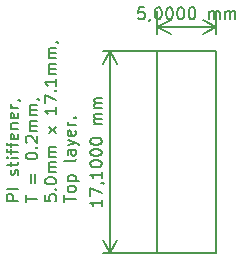
<source format=gbr>
%TF.GenerationSoftware,KiCad,Pcbnew,7.0.7*%
%TF.CreationDate,2023-12-11T13:03:46+01:00*%
%TF.ProjectId,flexAddressLedsV2,666c6578-4164-4647-9265-73734c656473,rev?*%
%TF.SameCoordinates,Original*%
%TF.FileFunction,Other,User*%
%FSLAX46Y46*%
G04 Gerber Fmt 4.6, Leading zero omitted, Abs format (unit mm)*
G04 Created by KiCad (PCBNEW 7.0.7) date 2023-12-11 13:03:46*
%MOMM*%
%LPD*%
G01*
G04 APERTURE LIST*
%ADD10C,0.150000*%
G04 APERTURE END LIST*
D10*
X29900000Y-31300000D02*
X34900000Y-31300000D01*
X34900000Y-48400000D01*
X29900000Y-48400000D01*
X29900000Y-31300000D01*
X18139819Y-43963220D02*
X17139819Y-43963220D01*
X17139819Y-43963220D02*
X17139819Y-43582268D01*
X17139819Y-43582268D02*
X17187438Y-43487030D01*
X17187438Y-43487030D02*
X17235057Y-43439411D01*
X17235057Y-43439411D02*
X17330295Y-43391792D01*
X17330295Y-43391792D02*
X17473152Y-43391792D01*
X17473152Y-43391792D02*
X17568390Y-43439411D01*
X17568390Y-43439411D02*
X17616009Y-43487030D01*
X17616009Y-43487030D02*
X17663628Y-43582268D01*
X17663628Y-43582268D02*
X17663628Y-43963220D01*
X18139819Y-42963220D02*
X17139819Y-42963220D01*
X18092200Y-41772744D02*
X18139819Y-41677506D01*
X18139819Y-41677506D02*
X18139819Y-41487030D01*
X18139819Y-41487030D02*
X18092200Y-41391792D01*
X18092200Y-41391792D02*
X17996961Y-41344173D01*
X17996961Y-41344173D02*
X17949342Y-41344173D01*
X17949342Y-41344173D02*
X17854104Y-41391792D01*
X17854104Y-41391792D02*
X17806485Y-41487030D01*
X17806485Y-41487030D02*
X17806485Y-41629887D01*
X17806485Y-41629887D02*
X17758866Y-41725125D01*
X17758866Y-41725125D02*
X17663628Y-41772744D01*
X17663628Y-41772744D02*
X17616009Y-41772744D01*
X17616009Y-41772744D02*
X17520771Y-41725125D01*
X17520771Y-41725125D02*
X17473152Y-41629887D01*
X17473152Y-41629887D02*
X17473152Y-41487030D01*
X17473152Y-41487030D02*
X17520771Y-41391792D01*
X17473152Y-41058458D02*
X17473152Y-40677506D01*
X17139819Y-40915601D02*
X17996961Y-40915601D01*
X17996961Y-40915601D02*
X18092200Y-40867982D01*
X18092200Y-40867982D02*
X18139819Y-40772744D01*
X18139819Y-40772744D02*
X18139819Y-40677506D01*
X18139819Y-40344172D02*
X17473152Y-40344172D01*
X17139819Y-40344172D02*
X17187438Y-40391791D01*
X17187438Y-40391791D02*
X17235057Y-40344172D01*
X17235057Y-40344172D02*
X17187438Y-40296553D01*
X17187438Y-40296553D02*
X17139819Y-40344172D01*
X17139819Y-40344172D02*
X17235057Y-40344172D01*
X17473152Y-40010839D02*
X17473152Y-39629887D01*
X18139819Y-39867982D02*
X17282676Y-39867982D01*
X17282676Y-39867982D02*
X17187438Y-39820363D01*
X17187438Y-39820363D02*
X17139819Y-39725125D01*
X17139819Y-39725125D02*
X17139819Y-39629887D01*
X17473152Y-39439410D02*
X17473152Y-39058458D01*
X18139819Y-39296553D02*
X17282676Y-39296553D01*
X17282676Y-39296553D02*
X17187438Y-39248934D01*
X17187438Y-39248934D02*
X17139819Y-39153696D01*
X17139819Y-39153696D02*
X17139819Y-39058458D01*
X18092200Y-38344172D02*
X18139819Y-38439410D01*
X18139819Y-38439410D02*
X18139819Y-38629886D01*
X18139819Y-38629886D02*
X18092200Y-38725124D01*
X18092200Y-38725124D02*
X17996961Y-38772743D01*
X17996961Y-38772743D02*
X17616009Y-38772743D01*
X17616009Y-38772743D02*
X17520771Y-38725124D01*
X17520771Y-38725124D02*
X17473152Y-38629886D01*
X17473152Y-38629886D02*
X17473152Y-38439410D01*
X17473152Y-38439410D02*
X17520771Y-38344172D01*
X17520771Y-38344172D02*
X17616009Y-38296553D01*
X17616009Y-38296553D02*
X17711247Y-38296553D01*
X17711247Y-38296553D02*
X17806485Y-38772743D01*
X17473152Y-37867981D02*
X18139819Y-37867981D01*
X17568390Y-37867981D02*
X17520771Y-37820362D01*
X17520771Y-37820362D02*
X17473152Y-37725124D01*
X17473152Y-37725124D02*
X17473152Y-37582267D01*
X17473152Y-37582267D02*
X17520771Y-37487029D01*
X17520771Y-37487029D02*
X17616009Y-37439410D01*
X17616009Y-37439410D02*
X18139819Y-37439410D01*
X18092200Y-36582267D02*
X18139819Y-36677505D01*
X18139819Y-36677505D02*
X18139819Y-36867981D01*
X18139819Y-36867981D02*
X18092200Y-36963219D01*
X18092200Y-36963219D02*
X17996961Y-37010838D01*
X17996961Y-37010838D02*
X17616009Y-37010838D01*
X17616009Y-37010838D02*
X17520771Y-36963219D01*
X17520771Y-36963219D02*
X17473152Y-36867981D01*
X17473152Y-36867981D02*
X17473152Y-36677505D01*
X17473152Y-36677505D02*
X17520771Y-36582267D01*
X17520771Y-36582267D02*
X17616009Y-36534648D01*
X17616009Y-36534648D02*
X17711247Y-36534648D01*
X17711247Y-36534648D02*
X17806485Y-37010838D01*
X18139819Y-36106076D02*
X17473152Y-36106076D01*
X17663628Y-36106076D02*
X17568390Y-36058457D01*
X17568390Y-36058457D02*
X17520771Y-36010838D01*
X17520771Y-36010838D02*
X17473152Y-35915600D01*
X17473152Y-35915600D02*
X17473152Y-35820362D01*
X18092200Y-35439409D02*
X18139819Y-35439409D01*
X18139819Y-35439409D02*
X18235057Y-35487028D01*
X18235057Y-35487028D02*
X18282676Y-35534647D01*
X18749819Y-44106077D02*
X18749819Y-43534649D01*
X19749819Y-43820363D02*
X18749819Y-43820363D01*
X19226009Y-42439410D02*
X19226009Y-41677506D01*
X19511723Y-41677506D02*
X19511723Y-42439410D01*
X18749819Y-40248934D02*
X18749819Y-40153696D01*
X18749819Y-40153696D02*
X18797438Y-40058458D01*
X18797438Y-40058458D02*
X18845057Y-40010839D01*
X18845057Y-40010839D02*
X18940295Y-39963220D01*
X18940295Y-39963220D02*
X19130771Y-39915601D01*
X19130771Y-39915601D02*
X19368866Y-39915601D01*
X19368866Y-39915601D02*
X19559342Y-39963220D01*
X19559342Y-39963220D02*
X19654580Y-40010839D01*
X19654580Y-40010839D02*
X19702200Y-40058458D01*
X19702200Y-40058458D02*
X19749819Y-40153696D01*
X19749819Y-40153696D02*
X19749819Y-40248934D01*
X19749819Y-40248934D02*
X19702200Y-40344172D01*
X19702200Y-40344172D02*
X19654580Y-40391791D01*
X19654580Y-40391791D02*
X19559342Y-40439410D01*
X19559342Y-40439410D02*
X19368866Y-40487029D01*
X19368866Y-40487029D02*
X19130771Y-40487029D01*
X19130771Y-40487029D02*
X18940295Y-40439410D01*
X18940295Y-40439410D02*
X18845057Y-40391791D01*
X18845057Y-40391791D02*
X18797438Y-40344172D01*
X18797438Y-40344172D02*
X18749819Y-40248934D01*
X19654580Y-39487029D02*
X19702200Y-39439410D01*
X19702200Y-39439410D02*
X19749819Y-39487029D01*
X19749819Y-39487029D02*
X19702200Y-39534648D01*
X19702200Y-39534648D02*
X19654580Y-39487029D01*
X19654580Y-39487029D02*
X19749819Y-39487029D01*
X18845057Y-39058458D02*
X18797438Y-39010839D01*
X18797438Y-39010839D02*
X18749819Y-38915601D01*
X18749819Y-38915601D02*
X18749819Y-38677506D01*
X18749819Y-38677506D02*
X18797438Y-38582268D01*
X18797438Y-38582268D02*
X18845057Y-38534649D01*
X18845057Y-38534649D02*
X18940295Y-38487030D01*
X18940295Y-38487030D02*
X19035533Y-38487030D01*
X19035533Y-38487030D02*
X19178390Y-38534649D01*
X19178390Y-38534649D02*
X19749819Y-39106077D01*
X19749819Y-39106077D02*
X19749819Y-38487030D01*
X19749819Y-38058458D02*
X19083152Y-38058458D01*
X19178390Y-38058458D02*
X19130771Y-38010839D01*
X19130771Y-38010839D02*
X19083152Y-37915601D01*
X19083152Y-37915601D02*
X19083152Y-37772744D01*
X19083152Y-37772744D02*
X19130771Y-37677506D01*
X19130771Y-37677506D02*
X19226009Y-37629887D01*
X19226009Y-37629887D02*
X19749819Y-37629887D01*
X19226009Y-37629887D02*
X19130771Y-37582268D01*
X19130771Y-37582268D02*
X19083152Y-37487030D01*
X19083152Y-37487030D02*
X19083152Y-37344173D01*
X19083152Y-37344173D02*
X19130771Y-37248934D01*
X19130771Y-37248934D02*
X19226009Y-37201315D01*
X19226009Y-37201315D02*
X19749819Y-37201315D01*
X19749819Y-36725125D02*
X19083152Y-36725125D01*
X19178390Y-36725125D02*
X19130771Y-36677506D01*
X19130771Y-36677506D02*
X19083152Y-36582268D01*
X19083152Y-36582268D02*
X19083152Y-36439411D01*
X19083152Y-36439411D02*
X19130771Y-36344173D01*
X19130771Y-36344173D02*
X19226009Y-36296554D01*
X19226009Y-36296554D02*
X19749819Y-36296554D01*
X19226009Y-36296554D02*
X19130771Y-36248935D01*
X19130771Y-36248935D02*
X19083152Y-36153697D01*
X19083152Y-36153697D02*
X19083152Y-36010840D01*
X19083152Y-36010840D02*
X19130771Y-35915601D01*
X19130771Y-35915601D02*
X19226009Y-35867982D01*
X19226009Y-35867982D02*
X19749819Y-35867982D01*
X19702200Y-35344173D02*
X19749819Y-35344173D01*
X19749819Y-35344173D02*
X19845057Y-35391792D01*
X19845057Y-35391792D02*
X19892676Y-35439411D01*
X20359819Y-43487030D02*
X20359819Y-43963220D01*
X20359819Y-43963220D02*
X20836009Y-44010839D01*
X20836009Y-44010839D02*
X20788390Y-43963220D01*
X20788390Y-43963220D02*
X20740771Y-43867982D01*
X20740771Y-43867982D02*
X20740771Y-43629887D01*
X20740771Y-43629887D02*
X20788390Y-43534649D01*
X20788390Y-43534649D02*
X20836009Y-43487030D01*
X20836009Y-43487030D02*
X20931247Y-43439411D01*
X20931247Y-43439411D02*
X21169342Y-43439411D01*
X21169342Y-43439411D02*
X21264580Y-43487030D01*
X21264580Y-43487030D02*
X21312200Y-43534649D01*
X21312200Y-43534649D02*
X21359819Y-43629887D01*
X21359819Y-43629887D02*
X21359819Y-43867982D01*
X21359819Y-43867982D02*
X21312200Y-43963220D01*
X21312200Y-43963220D02*
X21264580Y-44010839D01*
X21264580Y-43010839D02*
X21312200Y-42963220D01*
X21312200Y-42963220D02*
X21359819Y-43010839D01*
X21359819Y-43010839D02*
X21312200Y-43058458D01*
X21312200Y-43058458D02*
X21264580Y-43010839D01*
X21264580Y-43010839D02*
X21359819Y-43010839D01*
X20359819Y-42344173D02*
X20359819Y-42248935D01*
X20359819Y-42248935D02*
X20407438Y-42153697D01*
X20407438Y-42153697D02*
X20455057Y-42106078D01*
X20455057Y-42106078D02*
X20550295Y-42058459D01*
X20550295Y-42058459D02*
X20740771Y-42010840D01*
X20740771Y-42010840D02*
X20978866Y-42010840D01*
X20978866Y-42010840D02*
X21169342Y-42058459D01*
X21169342Y-42058459D02*
X21264580Y-42106078D01*
X21264580Y-42106078D02*
X21312200Y-42153697D01*
X21312200Y-42153697D02*
X21359819Y-42248935D01*
X21359819Y-42248935D02*
X21359819Y-42344173D01*
X21359819Y-42344173D02*
X21312200Y-42439411D01*
X21312200Y-42439411D02*
X21264580Y-42487030D01*
X21264580Y-42487030D02*
X21169342Y-42534649D01*
X21169342Y-42534649D02*
X20978866Y-42582268D01*
X20978866Y-42582268D02*
X20740771Y-42582268D01*
X20740771Y-42582268D02*
X20550295Y-42534649D01*
X20550295Y-42534649D02*
X20455057Y-42487030D01*
X20455057Y-42487030D02*
X20407438Y-42439411D01*
X20407438Y-42439411D02*
X20359819Y-42344173D01*
X21359819Y-41582268D02*
X20693152Y-41582268D01*
X20788390Y-41582268D02*
X20740771Y-41534649D01*
X20740771Y-41534649D02*
X20693152Y-41439411D01*
X20693152Y-41439411D02*
X20693152Y-41296554D01*
X20693152Y-41296554D02*
X20740771Y-41201316D01*
X20740771Y-41201316D02*
X20836009Y-41153697D01*
X20836009Y-41153697D02*
X21359819Y-41153697D01*
X20836009Y-41153697D02*
X20740771Y-41106078D01*
X20740771Y-41106078D02*
X20693152Y-41010840D01*
X20693152Y-41010840D02*
X20693152Y-40867983D01*
X20693152Y-40867983D02*
X20740771Y-40772744D01*
X20740771Y-40772744D02*
X20836009Y-40725125D01*
X20836009Y-40725125D02*
X21359819Y-40725125D01*
X21359819Y-40248935D02*
X20693152Y-40248935D01*
X20788390Y-40248935D02*
X20740771Y-40201316D01*
X20740771Y-40201316D02*
X20693152Y-40106078D01*
X20693152Y-40106078D02*
X20693152Y-39963221D01*
X20693152Y-39963221D02*
X20740771Y-39867983D01*
X20740771Y-39867983D02*
X20836009Y-39820364D01*
X20836009Y-39820364D02*
X21359819Y-39820364D01*
X20836009Y-39820364D02*
X20740771Y-39772745D01*
X20740771Y-39772745D02*
X20693152Y-39677507D01*
X20693152Y-39677507D02*
X20693152Y-39534650D01*
X20693152Y-39534650D02*
X20740771Y-39439411D01*
X20740771Y-39439411D02*
X20836009Y-39391792D01*
X20836009Y-39391792D02*
X21359819Y-39391792D01*
X21359819Y-38248935D02*
X20693152Y-37725126D01*
X20693152Y-38248935D02*
X21359819Y-37725126D01*
X21359819Y-36058459D02*
X21359819Y-36629887D01*
X21359819Y-36344173D02*
X20359819Y-36344173D01*
X20359819Y-36344173D02*
X20502676Y-36439411D01*
X20502676Y-36439411D02*
X20597914Y-36534649D01*
X20597914Y-36534649D02*
X20645533Y-36629887D01*
X20359819Y-35725125D02*
X20359819Y-35058459D01*
X20359819Y-35058459D02*
X21359819Y-35487030D01*
X21264580Y-34677506D02*
X21312200Y-34629887D01*
X21312200Y-34629887D02*
X21359819Y-34677506D01*
X21359819Y-34677506D02*
X21312200Y-34725125D01*
X21312200Y-34725125D02*
X21264580Y-34677506D01*
X21264580Y-34677506D02*
X21359819Y-34677506D01*
X21359819Y-33677507D02*
X21359819Y-34248935D01*
X21359819Y-33963221D02*
X20359819Y-33963221D01*
X20359819Y-33963221D02*
X20502676Y-34058459D01*
X20502676Y-34058459D02*
X20597914Y-34153697D01*
X20597914Y-34153697D02*
X20645533Y-34248935D01*
X21359819Y-33248935D02*
X20693152Y-33248935D01*
X20788390Y-33248935D02*
X20740771Y-33201316D01*
X20740771Y-33201316D02*
X20693152Y-33106078D01*
X20693152Y-33106078D02*
X20693152Y-32963221D01*
X20693152Y-32963221D02*
X20740771Y-32867983D01*
X20740771Y-32867983D02*
X20836009Y-32820364D01*
X20836009Y-32820364D02*
X21359819Y-32820364D01*
X20836009Y-32820364D02*
X20740771Y-32772745D01*
X20740771Y-32772745D02*
X20693152Y-32677507D01*
X20693152Y-32677507D02*
X20693152Y-32534650D01*
X20693152Y-32534650D02*
X20740771Y-32439411D01*
X20740771Y-32439411D02*
X20836009Y-32391792D01*
X20836009Y-32391792D02*
X21359819Y-32391792D01*
X21359819Y-31915602D02*
X20693152Y-31915602D01*
X20788390Y-31915602D02*
X20740771Y-31867983D01*
X20740771Y-31867983D02*
X20693152Y-31772745D01*
X20693152Y-31772745D02*
X20693152Y-31629888D01*
X20693152Y-31629888D02*
X20740771Y-31534650D01*
X20740771Y-31534650D02*
X20836009Y-31487031D01*
X20836009Y-31487031D02*
X21359819Y-31487031D01*
X20836009Y-31487031D02*
X20740771Y-31439412D01*
X20740771Y-31439412D02*
X20693152Y-31344174D01*
X20693152Y-31344174D02*
X20693152Y-31201317D01*
X20693152Y-31201317D02*
X20740771Y-31106078D01*
X20740771Y-31106078D02*
X20836009Y-31058459D01*
X20836009Y-31058459D02*
X21359819Y-31058459D01*
X21312200Y-30534650D02*
X21359819Y-30534650D01*
X21359819Y-30534650D02*
X21455057Y-30582269D01*
X21455057Y-30582269D02*
X21502676Y-30629888D01*
X21969819Y-44106077D02*
X21969819Y-43534649D01*
X22969819Y-43820363D02*
X21969819Y-43820363D01*
X22969819Y-43058458D02*
X22922200Y-43153696D01*
X22922200Y-43153696D02*
X22874580Y-43201315D01*
X22874580Y-43201315D02*
X22779342Y-43248934D01*
X22779342Y-43248934D02*
X22493628Y-43248934D01*
X22493628Y-43248934D02*
X22398390Y-43201315D01*
X22398390Y-43201315D02*
X22350771Y-43153696D01*
X22350771Y-43153696D02*
X22303152Y-43058458D01*
X22303152Y-43058458D02*
X22303152Y-42915601D01*
X22303152Y-42915601D02*
X22350771Y-42820363D01*
X22350771Y-42820363D02*
X22398390Y-42772744D01*
X22398390Y-42772744D02*
X22493628Y-42725125D01*
X22493628Y-42725125D02*
X22779342Y-42725125D01*
X22779342Y-42725125D02*
X22874580Y-42772744D01*
X22874580Y-42772744D02*
X22922200Y-42820363D01*
X22922200Y-42820363D02*
X22969819Y-42915601D01*
X22969819Y-42915601D02*
X22969819Y-43058458D01*
X22303152Y-42296553D02*
X23303152Y-42296553D01*
X22350771Y-42296553D02*
X22303152Y-42201315D01*
X22303152Y-42201315D02*
X22303152Y-42010839D01*
X22303152Y-42010839D02*
X22350771Y-41915601D01*
X22350771Y-41915601D02*
X22398390Y-41867982D01*
X22398390Y-41867982D02*
X22493628Y-41820363D01*
X22493628Y-41820363D02*
X22779342Y-41820363D01*
X22779342Y-41820363D02*
X22874580Y-41867982D01*
X22874580Y-41867982D02*
X22922200Y-41915601D01*
X22922200Y-41915601D02*
X22969819Y-42010839D01*
X22969819Y-42010839D02*
X22969819Y-42201315D01*
X22969819Y-42201315D02*
X22922200Y-42296553D01*
X22969819Y-40487029D02*
X22922200Y-40582267D01*
X22922200Y-40582267D02*
X22826961Y-40629886D01*
X22826961Y-40629886D02*
X21969819Y-40629886D01*
X22969819Y-39677505D02*
X22446009Y-39677505D01*
X22446009Y-39677505D02*
X22350771Y-39725124D01*
X22350771Y-39725124D02*
X22303152Y-39820362D01*
X22303152Y-39820362D02*
X22303152Y-40010838D01*
X22303152Y-40010838D02*
X22350771Y-40106076D01*
X22922200Y-39677505D02*
X22969819Y-39772743D01*
X22969819Y-39772743D02*
X22969819Y-40010838D01*
X22969819Y-40010838D02*
X22922200Y-40106076D01*
X22922200Y-40106076D02*
X22826961Y-40153695D01*
X22826961Y-40153695D02*
X22731723Y-40153695D01*
X22731723Y-40153695D02*
X22636485Y-40106076D01*
X22636485Y-40106076D02*
X22588866Y-40010838D01*
X22588866Y-40010838D02*
X22588866Y-39772743D01*
X22588866Y-39772743D02*
X22541247Y-39677505D01*
X22303152Y-39296552D02*
X22969819Y-39058457D01*
X22303152Y-38820362D02*
X22969819Y-39058457D01*
X22969819Y-39058457D02*
X23207914Y-39153695D01*
X23207914Y-39153695D02*
X23255533Y-39201314D01*
X23255533Y-39201314D02*
X23303152Y-39296552D01*
X22922200Y-38058457D02*
X22969819Y-38153695D01*
X22969819Y-38153695D02*
X22969819Y-38344171D01*
X22969819Y-38344171D02*
X22922200Y-38439409D01*
X22922200Y-38439409D02*
X22826961Y-38487028D01*
X22826961Y-38487028D02*
X22446009Y-38487028D01*
X22446009Y-38487028D02*
X22350771Y-38439409D01*
X22350771Y-38439409D02*
X22303152Y-38344171D01*
X22303152Y-38344171D02*
X22303152Y-38153695D01*
X22303152Y-38153695D02*
X22350771Y-38058457D01*
X22350771Y-38058457D02*
X22446009Y-38010838D01*
X22446009Y-38010838D02*
X22541247Y-38010838D01*
X22541247Y-38010838D02*
X22636485Y-38487028D01*
X22969819Y-37582266D02*
X22303152Y-37582266D01*
X22493628Y-37582266D02*
X22398390Y-37534647D01*
X22398390Y-37534647D02*
X22350771Y-37487028D01*
X22350771Y-37487028D02*
X22303152Y-37391790D01*
X22303152Y-37391790D02*
X22303152Y-37296552D01*
X22874580Y-36963218D02*
X22922200Y-36915599D01*
X22922200Y-36915599D02*
X22969819Y-36963218D01*
X22969819Y-36963218D02*
X22922200Y-37010837D01*
X22922200Y-37010837D02*
X22874580Y-36963218D01*
X22874580Y-36963218D02*
X22969819Y-36963218D01*
X25204819Y-43897618D02*
X25204819Y-44469046D01*
X25204819Y-44183332D02*
X24204819Y-44183332D01*
X24204819Y-44183332D02*
X24347676Y-44278570D01*
X24347676Y-44278570D02*
X24442914Y-44373808D01*
X24442914Y-44373808D02*
X24490533Y-44469046D01*
X24204819Y-43564284D02*
X24204819Y-42897618D01*
X24204819Y-42897618D02*
X25204819Y-43326189D01*
X25157200Y-42469046D02*
X25204819Y-42469046D01*
X25204819Y-42469046D02*
X25300057Y-42516665D01*
X25300057Y-42516665D02*
X25347676Y-42564284D01*
X25204819Y-41516666D02*
X25204819Y-42088094D01*
X25204819Y-41802380D02*
X24204819Y-41802380D01*
X24204819Y-41802380D02*
X24347676Y-41897618D01*
X24347676Y-41897618D02*
X24442914Y-41992856D01*
X24442914Y-41992856D02*
X24490533Y-42088094D01*
X24204819Y-40897618D02*
X24204819Y-40802380D01*
X24204819Y-40802380D02*
X24252438Y-40707142D01*
X24252438Y-40707142D02*
X24300057Y-40659523D01*
X24300057Y-40659523D02*
X24395295Y-40611904D01*
X24395295Y-40611904D02*
X24585771Y-40564285D01*
X24585771Y-40564285D02*
X24823866Y-40564285D01*
X24823866Y-40564285D02*
X25014342Y-40611904D01*
X25014342Y-40611904D02*
X25109580Y-40659523D01*
X25109580Y-40659523D02*
X25157200Y-40707142D01*
X25157200Y-40707142D02*
X25204819Y-40802380D01*
X25204819Y-40802380D02*
X25204819Y-40897618D01*
X25204819Y-40897618D02*
X25157200Y-40992856D01*
X25157200Y-40992856D02*
X25109580Y-41040475D01*
X25109580Y-41040475D02*
X25014342Y-41088094D01*
X25014342Y-41088094D02*
X24823866Y-41135713D01*
X24823866Y-41135713D02*
X24585771Y-41135713D01*
X24585771Y-41135713D02*
X24395295Y-41088094D01*
X24395295Y-41088094D02*
X24300057Y-41040475D01*
X24300057Y-41040475D02*
X24252438Y-40992856D01*
X24252438Y-40992856D02*
X24204819Y-40897618D01*
X24204819Y-39945237D02*
X24204819Y-39849999D01*
X24204819Y-39849999D02*
X24252438Y-39754761D01*
X24252438Y-39754761D02*
X24300057Y-39707142D01*
X24300057Y-39707142D02*
X24395295Y-39659523D01*
X24395295Y-39659523D02*
X24585771Y-39611904D01*
X24585771Y-39611904D02*
X24823866Y-39611904D01*
X24823866Y-39611904D02*
X25014342Y-39659523D01*
X25014342Y-39659523D02*
X25109580Y-39707142D01*
X25109580Y-39707142D02*
X25157200Y-39754761D01*
X25157200Y-39754761D02*
X25204819Y-39849999D01*
X25204819Y-39849999D02*
X25204819Y-39945237D01*
X25204819Y-39945237D02*
X25157200Y-40040475D01*
X25157200Y-40040475D02*
X25109580Y-40088094D01*
X25109580Y-40088094D02*
X25014342Y-40135713D01*
X25014342Y-40135713D02*
X24823866Y-40183332D01*
X24823866Y-40183332D02*
X24585771Y-40183332D01*
X24585771Y-40183332D02*
X24395295Y-40135713D01*
X24395295Y-40135713D02*
X24300057Y-40088094D01*
X24300057Y-40088094D02*
X24252438Y-40040475D01*
X24252438Y-40040475D02*
X24204819Y-39945237D01*
X24204819Y-38992856D02*
X24204819Y-38897618D01*
X24204819Y-38897618D02*
X24252438Y-38802380D01*
X24252438Y-38802380D02*
X24300057Y-38754761D01*
X24300057Y-38754761D02*
X24395295Y-38707142D01*
X24395295Y-38707142D02*
X24585771Y-38659523D01*
X24585771Y-38659523D02*
X24823866Y-38659523D01*
X24823866Y-38659523D02*
X25014342Y-38707142D01*
X25014342Y-38707142D02*
X25109580Y-38754761D01*
X25109580Y-38754761D02*
X25157200Y-38802380D01*
X25157200Y-38802380D02*
X25204819Y-38897618D01*
X25204819Y-38897618D02*
X25204819Y-38992856D01*
X25204819Y-38992856D02*
X25157200Y-39088094D01*
X25157200Y-39088094D02*
X25109580Y-39135713D01*
X25109580Y-39135713D02*
X25014342Y-39183332D01*
X25014342Y-39183332D02*
X24823866Y-39230951D01*
X24823866Y-39230951D02*
X24585771Y-39230951D01*
X24585771Y-39230951D02*
X24395295Y-39183332D01*
X24395295Y-39183332D02*
X24300057Y-39135713D01*
X24300057Y-39135713D02*
X24252438Y-39088094D01*
X24252438Y-39088094D02*
X24204819Y-38992856D01*
X25204819Y-37469046D02*
X24538152Y-37469046D01*
X24633390Y-37469046D02*
X24585771Y-37421427D01*
X24585771Y-37421427D02*
X24538152Y-37326189D01*
X24538152Y-37326189D02*
X24538152Y-37183332D01*
X24538152Y-37183332D02*
X24585771Y-37088094D01*
X24585771Y-37088094D02*
X24681009Y-37040475D01*
X24681009Y-37040475D02*
X25204819Y-37040475D01*
X24681009Y-37040475D02*
X24585771Y-36992856D01*
X24585771Y-36992856D02*
X24538152Y-36897618D01*
X24538152Y-36897618D02*
X24538152Y-36754761D01*
X24538152Y-36754761D02*
X24585771Y-36659522D01*
X24585771Y-36659522D02*
X24681009Y-36611903D01*
X24681009Y-36611903D02*
X25204819Y-36611903D01*
X25204819Y-36135713D02*
X24538152Y-36135713D01*
X24633390Y-36135713D02*
X24585771Y-36088094D01*
X24585771Y-36088094D02*
X24538152Y-35992856D01*
X24538152Y-35992856D02*
X24538152Y-35849999D01*
X24538152Y-35849999D02*
X24585771Y-35754761D01*
X24585771Y-35754761D02*
X24681009Y-35707142D01*
X24681009Y-35707142D02*
X25204819Y-35707142D01*
X24681009Y-35707142D02*
X24585771Y-35659523D01*
X24585771Y-35659523D02*
X24538152Y-35564285D01*
X24538152Y-35564285D02*
X24538152Y-35421428D01*
X24538152Y-35421428D02*
X24585771Y-35326189D01*
X24585771Y-35326189D02*
X24681009Y-35278570D01*
X24681009Y-35278570D02*
X25204819Y-35278570D01*
X34400000Y-31300000D02*
X25313580Y-31300000D01*
X34400000Y-48400000D02*
X25313580Y-48400000D01*
X25900000Y-31300000D02*
X25900000Y-48400000D01*
X25900000Y-31300000D02*
X25900000Y-48400000D01*
X25900000Y-31300000D02*
X26486421Y-32426504D01*
X25900000Y-31300000D02*
X25313579Y-32426504D01*
X25900000Y-48400000D02*
X25313579Y-47273496D01*
X25900000Y-48400000D02*
X26486421Y-47273496D01*
X28780952Y-27604819D02*
X28304762Y-27604819D01*
X28304762Y-27604819D02*
X28257143Y-28081009D01*
X28257143Y-28081009D02*
X28304762Y-28033390D01*
X28304762Y-28033390D02*
X28400000Y-27985771D01*
X28400000Y-27985771D02*
X28638095Y-27985771D01*
X28638095Y-27985771D02*
X28733333Y-28033390D01*
X28733333Y-28033390D02*
X28780952Y-28081009D01*
X28780952Y-28081009D02*
X28828571Y-28176247D01*
X28828571Y-28176247D02*
X28828571Y-28414342D01*
X28828571Y-28414342D02*
X28780952Y-28509580D01*
X28780952Y-28509580D02*
X28733333Y-28557200D01*
X28733333Y-28557200D02*
X28638095Y-28604819D01*
X28638095Y-28604819D02*
X28400000Y-28604819D01*
X28400000Y-28604819D02*
X28304762Y-28557200D01*
X28304762Y-28557200D02*
X28257143Y-28509580D01*
X29304762Y-28557200D02*
X29304762Y-28604819D01*
X29304762Y-28604819D02*
X29257143Y-28700057D01*
X29257143Y-28700057D02*
X29209524Y-28747676D01*
X29923809Y-27604819D02*
X30019047Y-27604819D01*
X30019047Y-27604819D02*
X30114285Y-27652438D01*
X30114285Y-27652438D02*
X30161904Y-27700057D01*
X30161904Y-27700057D02*
X30209523Y-27795295D01*
X30209523Y-27795295D02*
X30257142Y-27985771D01*
X30257142Y-27985771D02*
X30257142Y-28223866D01*
X30257142Y-28223866D02*
X30209523Y-28414342D01*
X30209523Y-28414342D02*
X30161904Y-28509580D01*
X30161904Y-28509580D02*
X30114285Y-28557200D01*
X30114285Y-28557200D02*
X30019047Y-28604819D01*
X30019047Y-28604819D02*
X29923809Y-28604819D01*
X29923809Y-28604819D02*
X29828571Y-28557200D01*
X29828571Y-28557200D02*
X29780952Y-28509580D01*
X29780952Y-28509580D02*
X29733333Y-28414342D01*
X29733333Y-28414342D02*
X29685714Y-28223866D01*
X29685714Y-28223866D02*
X29685714Y-27985771D01*
X29685714Y-27985771D02*
X29733333Y-27795295D01*
X29733333Y-27795295D02*
X29780952Y-27700057D01*
X29780952Y-27700057D02*
X29828571Y-27652438D01*
X29828571Y-27652438D02*
X29923809Y-27604819D01*
X30876190Y-27604819D02*
X30971428Y-27604819D01*
X30971428Y-27604819D02*
X31066666Y-27652438D01*
X31066666Y-27652438D02*
X31114285Y-27700057D01*
X31114285Y-27700057D02*
X31161904Y-27795295D01*
X31161904Y-27795295D02*
X31209523Y-27985771D01*
X31209523Y-27985771D02*
X31209523Y-28223866D01*
X31209523Y-28223866D02*
X31161904Y-28414342D01*
X31161904Y-28414342D02*
X31114285Y-28509580D01*
X31114285Y-28509580D02*
X31066666Y-28557200D01*
X31066666Y-28557200D02*
X30971428Y-28604819D01*
X30971428Y-28604819D02*
X30876190Y-28604819D01*
X30876190Y-28604819D02*
X30780952Y-28557200D01*
X30780952Y-28557200D02*
X30733333Y-28509580D01*
X30733333Y-28509580D02*
X30685714Y-28414342D01*
X30685714Y-28414342D02*
X30638095Y-28223866D01*
X30638095Y-28223866D02*
X30638095Y-27985771D01*
X30638095Y-27985771D02*
X30685714Y-27795295D01*
X30685714Y-27795295D02*
X30733333Y-27700057D01*
X30733333Y-27700057D02*
X30780952Y-27652438D01*
X30780952Y-27652438D02*
X30876190Y-27604819D01*
X31828571Y-27604819D02*
X31923809Y-27604819D01*
X31923809Y-27604819D02*
X32019047Y-27652438D01*
X32019047Y-27652438D02*
X32066666Y-27700057D01*
X32066666Y-27700057D02*
X32114285Y-27795295D01*
X32114285Y-27795295D02*
X32161904Y-27985771D01*
X32161904Y-27985771D02*
X32161904Y-28223866D01*
X32161904Y-28223866D02*
X32114285Y-28414342D01*
X32114285Y-28414342D02*
X32066666Y-28509580D01*
X32066666Y-28509580D02*
X32019047Y-28557200D01*
X32019047Y-28557200D02*
X31923809Y-28604819D01*
X31923809Y-28604819D02*
X31828571Y-28604819D01*
X31828571Y-28604819D02*
X31733333Y-28557200D01*
X31733333Y-28557200D02*
X31685714Y-28509580D01*
X31685714Y-28509580D02*
X31638095Y-28414342D01*
X31638095Y-28414342D02*
X31590476Y-28223866D01*
X31590476Y-28223866D02*
X31590476Y-27985771D01*
X31590476Y-27985771D02*
X31638095Y-27795295D01*
X31638095Y-27795295D02*
X31685714Y-27700057D01*
X31685714Y-27700057D02*
X31733333Y-27652438D01*
X31733333Y-27652438D02*
X31828571Y-27604819D01*
X32780952Y-27604819D02*
X32876190Y-27604819D01*
X32876190Y-27604819D02*
X32971428Y-27652438D01*
X32971428Y-27652438D02*
X33019047Y-27700057D01*
X33019047Y-27700057D02*
X33066666Y-27795295D01*
X33066666Y-27795295D02*
X33114285Y-27985771D01*
X33114285Y-27985771D02*
X33114285Y-28223866D01*
X33114285Y-28223866D02*
X33066666Y-28414342D01*
X33066666Y-28414342D02*
X33019047Y-28509580D01*
X33019047Y-28509580D02*
X32971428Y-28557200D01*
X32971428Y-28557200D02*
X32876190Y-28604819D01*
X32876190Y-28604819D02*
X32780952Y-28604819D01*
X32780952Y-28604819D02*
X32685714Y-28557200D01*
X32685714Y-28557200D02*
X32638095Y-28509580D01*
X32638095Y-28509580D02*
X32590476Y-28414342D01*
X32590476Y-28414342D02*
X32542857Y-28223866D01*
X32542857Y-28223866D02*
X32542857Y-27985771D01*
X32542857Y-27985771D02*
X32590476Y-27795295D01*
X32590476Y-27795295D02*
X32638095Y-27700057D01*
X32638095Y-27700057D02*
X32685714Y-27652438D01*
X32685714Y-27652438D02*
X32780952Y-27604819D01*
X34304762Y-28604819D02*
X34304762Y-27938152D01*
X34304762Y-28033390D02*
X34352381Y-27985771D01*
X34352381Y-27985771D02*
X34447619Y-27938152D01*
X34447619Y-27938152D02*
X34590476Y-27938152D01*
X34590476Y-27938152D02*
X34685714Y-27985771D01*
X34685714Y-27985771D02*
X34733333Y-28081009D01*
X34733333Y-28081009D02*
X34733333Y-28604819D01*
X34733333Y-28081009D02*
X34780952Y-27985771D01*
X34780952Y-27985771D02*
X34876190Y-27938152D01*
X34876190Y-27938152D02*
X35019047Y-27938152D01*
X35019047Y-27938152D02*
X35114286Y-27985771D01*
X35114286Y-27985771D02*
X35161905Y-28081009D01*
X35161905Y-28081009D02*
X35161905Y-28604819D01*
X35638095Y-28604819D02*
X35638095Y-27938152D01*
X35638095Y-28033390D02*
X35685714Y-27985771D01*
X35685714Y-27985771D02*
X35780952Y-27938152D01*
X35780952Y-27938152D02*
X35923809Y-27938152D01*
X35923809Y-27938152D02*
X36019047Y-27985771D01*
X36019047Y-27985771D02*
X36066666Y-28081009D01*
X36066666Y-28081009D02*
X36066666Y-28604819D01*
X36066666Y-28081009D02*
X36114285Y-27985771D01*
X36114285Y-27985771D02*
X36209523Y-27938152D01*
X36209523Y-27938152D02*
X36352380Y-27938152D01*
X36352380Y-27938152D02*
X36447619Y-27985771D01*
X36447619Y-27985771D02*
X36495238Y-28081009D01*
X36495238Y-28081009D02*
X36495238Y-28604819D01*
X29900000Y-27900000D02*
X29900000Y-29886420D01*
X34900000Y-27900000D02*
X34900000Y-29886420D01*
X29900000Y-29300000D02*
X34900000Y-29300000D01*
X29900000Y-29300000D02*
X34900000Y-29300000D01*
X29900000Y-29300000D02*
X31026504Y-28713579D01*
X29900000Y-29300000D02*
X31026504Y-29886421D01*
X34900000Y-29300000D02*
X33773496Y-29886421D01*
X34900000Y-29300000D02*
X33773496Y-28713579D01*
M02*

</source>
